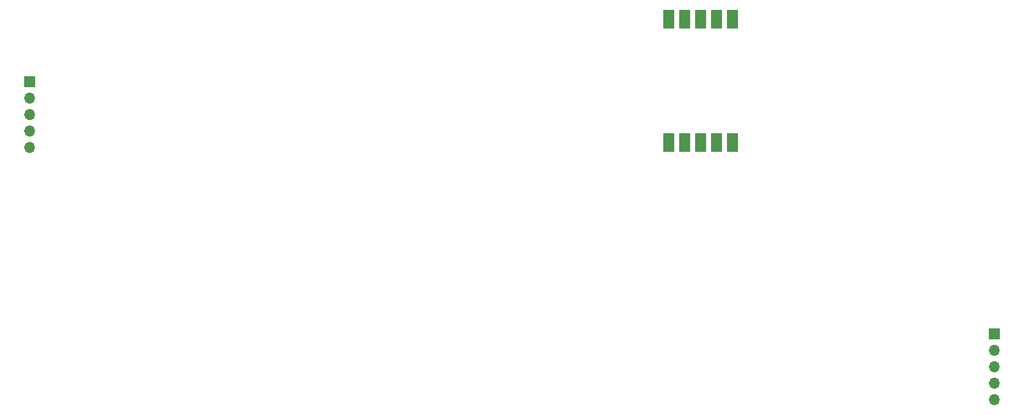
<source format=gbr>
%TF.GenerationSoftware,KiCad,Pcbnew,(6.0.9)*%
%TF.CreationDate,2023-03-10T17:43:12+02:00*%
%TF.ProjectId,RA_CA_2023_6,52415f43-415f-4323-9032-335f362e6b69,rev?*%
%TF.SameCoordinates,Original*%
%TF.FileFunction,Soldermask,Top*%
%TF.FilePolarity,Negative*%
%FSLAX46Y46*%
G04 Gerber Fmt 4.6, Leading zero omitted, Abs format (unit mm)*
G04 Created by KiCad (PCBNEW (6.0.9)) date 2023-03-10 17:43:12*
%MOMM*%
%LPD*%
G01*
G04 APERTURE LIST*
%ADD10R,1.800000X3.000000*%
%ADD11R,1.700000X1.700000*%
%ADD12O,1.700000X1.700000*%
G04 APERTURE END LIST*
D10*
%TO.C,U1*%
X146330000Y-81530000D03*
X148780000Y-81530000D03*
X151230000Y-81530000D03*
X153680000Y-81530000D03*
X156130000Y-81530000D03*
X156130000Y-62530000D03*
X153680000Y-62530000D03*
X151230000Y-62530000D03*
X148780000Y-62530000D03*
X146330000Y-62530000D03*
%TD*%
D11*
%TO.C,J1*%
X47830000Y-72170000D03*
D12*
X47830000Y-74710000D03*
X47830000Y-77250000D03*
X47830000Y-79790000D03*
X47830000Y-82330000D03*
%TD*%
D11*
%TO.C,J2*%
X196520000Y-111095000D03*
D12*
X196520000Y-113635000D03*
X196520000Y-116175000D03*
X196520000Y-118715000D03*
X196520000Y-121255000D03*
%TD*%
M02*

</source>
